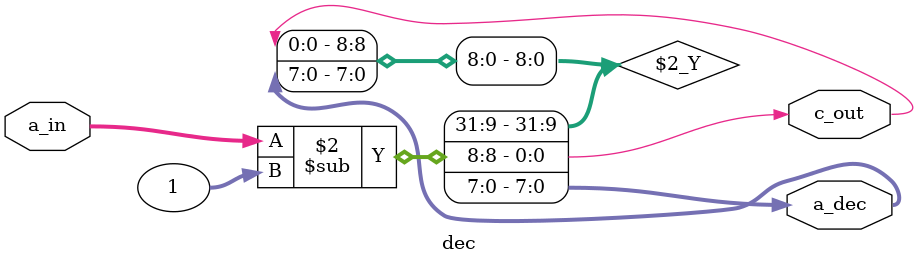
<source format=sv>
module dec #(
    parameter WIDTH=8)
    (input [WIDTH-1:0] a_in,
    output logic [WIDTH-1:0] a_dec,
    output logic c_out
    );


    always_comb
    begin
        {c_out,a_dec} = a_in - 1;
    end
endmodule
</source>
